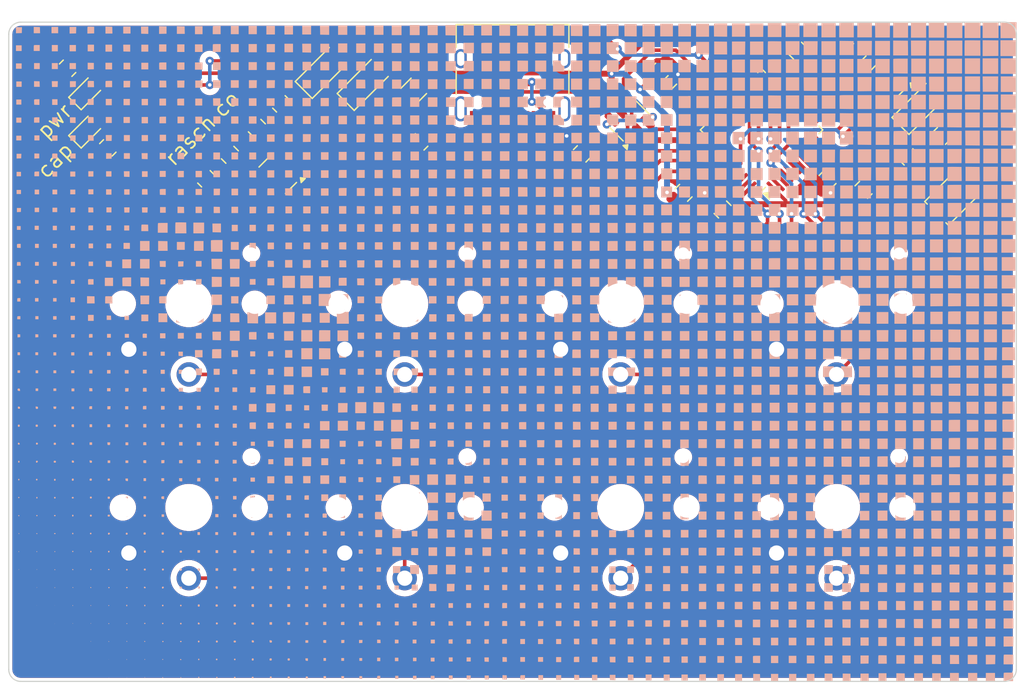
<source format=kicad_pcb>
(kicad_pcb (version 20240108) (generator "pcbnew") (generator_version "8.0")
  (title_block (title "Byte Keyboard") (date "2024-01-05") (rev "0.1.0") (company "rasch.co"))
  (layers (0 "F.Cu" signal) (31 "B.Cu" signal) (34 "B.Paste" user) (35 "F.Paste" user) (36 "B.SilkS" user "B.Silkscreen") (37 "F.SilkS" user "F.Silkscreen") (38 "B.Mask" user) (39 "F.Mask" user) (44 "Edge.Cuts" user))
  (net 0 "")
  (net 1 "GND")
  (net 2 "+3.3V")
  (net 3 "+5V")
  (net 4 "NRST")
  (net 5 "BOOT0")
  (net 6 "VCC")
  (net 7 "/USB_D+")
  (net 8 "/USB_D-")
  (net 38 "/Key0")
  (net 39 "/Key1")
  (net 40 "/Key2")
  (net 41 "/Key3")
  (net 42 "/Key4")
  (net 43 "/Key5")
  (net 44 "/Key6")
  (net 45 "/Key7")
  (net 46 "/LED_PWR")
  (net 47 "/USB_A5")
  (net 48 "/USB_B5")
  (net 49 "/LED_PRG")
  (net 50 "/LED_Indicator")
  (net 51 "/BOOTLDR")
  (footprint "library:Choc_PG1350_Choc_Spacing" (layer "F.Cu") (at 111.35 98.46)
    (property "Reference" "K0" (hide yes))
    (property "Value" "SW_KEY" (hide yes))
  )
  (footprint "Resistor_SMD:R_0805_2012Metric" (layer "F.Cu") (at 104.6 85.46 45)
    (property "Reference" "R7")
    (property "Value" "1k")
  )
  (footprint "library:Choc_PG1350_Choc_Spacing" (layer "F.Cu") (at 129.35 98.46)
    (property "Reference" "K1" (hide yes))
    (property "Value" "SW_KEY" (hide yes))
  )
  (footprint "Capacitor_SMD:C_0805_2012Metric" (layer "F.Cu") (at 117.024175 83.785825 135)
    (property "Reference" "C2")
    (property "Value" "1u")
  )
  (footprint "library:Choc_PG1350_Choc_Spacing" (layer "F.Cu") (at 165.35 115.46)
    (property "Reference" "K7" (hide yes))
    (property "Value" "SW_KEY" (hide yes))
  )
  (footprint "Resistor_SMD:R_0805_2012Metric" (layer "F.Cu") (at 144.1 85.96 45)
    (property "Reference" "R1")
    (property "Value" "5k1")
  )
  (footprint "Fuse:Fuse_1206_3216Metric" (layer "F.Cu") (at 130.1 80.71 -135)
    (property "Reference" "F1")
    (property "Value" "500mA")
  )
  (footprint "Capacitor_SMD:C_0805_2012Metric" (layer "F.Cu") (at 152.6 89.21 45)
    (property "Reference" "C7")
    (property "Value" "4u7")
  )
  (footprint "Package_TO_SOT_SMD:SOT-23-6" (layer "F.Cu") (at 148.1 83.21 135)
    (property "Reference" "U2")
    (property "Value" "SRV05-4")
  )
  (footprint "library:Choc_PG1350_Choc_Spacing" (layer "F.Cu") (at 147.35 115.46)
    (property "Reference" "K6" (hide yes))
    (property "Value" "SW_KEY" (hide yes))
  )
  (footprint "Capacitor_SMD:C_0805_2012Metric" (layer "F.Cu") (at 167.6 88.96 -135)
    (property "Reference" "C11")
    (property "Value" "1u")
  )
  (footprint "LED_SMD:LED_0603_1608Metric" (layer "F.Cu") (at 102.906847 83.903153 45)
    (property "Reference" "D5")
    (property "Value" "LED")
  )
  (footprint "Package_TO_SOT_SMD:SOT-23" (layer "F.Cu") (at 169.608839 79.794664 -135)
    (property "Reference" "Q1")
    (property "Value" "PDTC123JT,215")
  )
  (footprint "library:Choc_PG1350_Choc_Spacing" (layer "F.Cu") (at 147.35 98.46)
    (property "Reference" "K2" (hide yes))
    (property "Value" "SW_KEY" (hide yes))
  )
  (footprint "Capacitor_SMD:C_0805_2012Metric" (layer "F.Cu") (at 152.35 80.847876 -135)
    (property "Reference" "C8")
    (property "Value" "100n")
  )
  (footprint "LED_SMD:LED_0603_1608Metric" (layer "F.Cu") (at 102.906847 80.71 45)
    (property "Reference" "D4")
    (property "Value" "LED")
  )
  (footprint "Package_QFP:LQFP-48_7x7mm_P0.5mm" (layer "F.Cu") (at 159.1 83.96 135)
    (property "Reference" "U3")
    (property "Value" "STM32F072CBT6")
  )
  (footprint "Resistor_SMD:R_0805_2012Metric" (layer "F.Cu") (at 101.245235 78.814765 45)
    (property "Reference" "R5")
    (property "Value" "1k")
  )
  (footprint "Capacitor_SMD:C_0805_2012Metric" (layer "F.Cu") (at 155.849999 90.597877 135)
    (property "Reference" "C5")
    (property "Value" "100n")
  )
  (footprint "Capacitor_SMD:C_0805_2012Metric" (layer "F.Cu") (at 164.6 88.097876 45)
    (property "Reference" "C10")
    (property "Value" "10n")
  )
  (footprint "library:Choc_PG1350_Choc_Spacing" (layer "F.Cu") (at 111.35 115.46)
    (property "Reference" "K4" (hide yes))
    (property "Value" "SW_KEY" (hide yes))
  )
  (footprint "Capacitor_SMD:C_0805_2012Metric" (layer "F.Cu") (at 174.1 84.46 -135)
    (property "Reference" "C3")
    (property "Value" "10u")
  )
  (footprint "library:Choc_PG1350_Choc_Spacing" (layer "F.Cu") (at 129.35 115.46)
    (property "Reference" "K5" (hide yes))
    (property "Value" "SW_KEY" (hide yes))
  )
  (footprint "library:USB_C_Receptacle_HRO_TYPE-C-31-M-12" (layer "F.Cu") (at 138.34 79.07 180)
    (property "Reference" "J1")
    (property "Value" "TYPE-C-31-M-12")
  )
  (footprint "Capacitor_SMD:C_0805_2012Metric" (layer "F.Cu") (at 114.774175 86.035825 135)
    (property "Reference" "C1")
    (property "Value" "1u")
  )
  (footprint "Button_Switch_SMD:SW_SPST_B3U-1000P" (layer "F.Cu") (at 174.86 89.76 45)
    (property "Reference" "SW1")
    (property "Value" "B3U-1000P")
  )
  (footprint "Resistor_SMD:R_0805_2012Metric" (layer "F.Cu") (at 112.774175 88.035825 135)
    (property "Reference" "R3")
    (property "Value" "100k")
  )
  (footprint "Diode_SMD:D_SOD-123" (layer "F.Cu") (at 122.6 78.96 45)
    (property "Reference" "D2")
    (property "Value" "RB060M-30TR")
  )
  (footprint "Diode_SMD:D_SOD-123" (layer "F.Cu") (at 126.1 79.96 45)
    (property "Reference" "D1")
    (property "Value" "SMF9.0CA")
  )
  (footprint "Package_TO_SOT_SMD:SOT-23" (layer "F.Cu") (at 118.765336 87.701161 -135)
    (property "Reference" "U1")
    (property "Value" "MCP1700T-3302E/TT")
  )
  (footprint "Resistor_SMD:R_0805_2012Metric" (layer "F.Cu") (at 119.024175 81.785825 135)
    (property "Reference" "R4")
    (property "Value" "100k")
  )
  (footprint "Capacitor_SMD:C_0805_2012Metric" (layer "F.Cu") (at 162.1 77.347876 135)
    (property "Reference" "C6")
    (property "Value" "100n")
  )
  (footprint "Capacitor_SMD:C_0805_2012Metric" (layer "F.Cu") (at 150.599999 79.097876 -135)
    (property "Reference" "C9")
    (property "Value" "4u7")
  )
  (footprint "Resistor_SMD:R_0805_2012Metric" (layer "F.Cu") (at 171.35 86.21 135)
    (property "Reference" "R6")
    (property "Value" "100k")
  )
  (footprint "library:Choc_PG1350_Choc_Spacing" (layer "F.Cu") (at 165.35 98.46)
    (property "Reference" "K3" (hide yes))
    (property "Value" "SW_KEY" (hide yes))
  )
  (footprint "Capacitor_SMD:C_0805_2012Metric" (layer "F.Cu") (at 167.1 77.46 45)
    (property "Reference" "C4")
    (property "Value" "4n7")
  )
  (footprint "Resistor_SMD:R_0805_2012Metric" (layer "F.Cu") (at 130.6 84.96 -135)
    (property "Reference" "R2")
    (property "Value" "5k1")
  )
  (footprint "Diode_SMD:D_SOD-123" (layer "F.Cu") (at 172.35 81.96 45)
    (property "Reference" "D3")
    (property "Value" "1N4148W")
  )
  (footprint "LOGO" (layer "B.Cu") (at 138.4 102.46)
    (property "Reference" "G***" (hide yes))
    (property "Value" "LOGO" (hide yes))
  )
  (gr_line (start 180.34 128.97) (end 180.34 75.97) (stroke (width 0.1)) (layer "Edge.Cuts"))
  (gr_line (start 97.34 129.97) (end 179.34 129.97) (stroke (width 0.1)) (layer "Edge.Cuts"))
  (gr_arc (start 179.34 74.97) (mid 180.047107 75.262893) (end 180.34 75.97) (stroke (width 0.1)) (layer "Edge.Cuts"))
  (gr_line (start 179.34 74.97) (end 97.34 74.97) (stroke (width 0.1)) (layer "Edge.Cuts"))
  (gr_arc (start 96.34 75.97) (mid 96.632893 75.262893) (end 97.34 74.97) (stroke (width 0.1)) (layer "Edge.Cuts"))
  (gr_arc (start 97.34 129.97) (mid 96.632893 129.677107) (end 96.34 128.97) (stroke (width 0.1)) (layer "Edge.Cuts"))
  (gr_arc (start 180.34 128.97) (mid 180.047107 129.677107) (end 179.34 129.97) (stroke (width 0.1)) (layer "Edge.Cuts"))
  (gr_line (start 96.34 75.97) (end 96.34 128.97) (stroke (width 0.1)) (layer "Edge.Cuts"))
  (gr_text "pwr" (at 99.45 84.93 45) (layer "F.SilkS") (effects (font (size 1.25 1.25) (thickness 0.153)) (justify left bottom)))
  (gr_text "cap" (at 99.47 88.25 45) (layer "F.SilkS") (effects (font (size 1.25 1.25) (thickness 0.153)) (justify left bottom)))
  (gr_text "rasch.co" (at 110.1 87.21 45) (layer "F.SilkS") (effects (font (size 1.25 1.25) (thickness 0.153)) (justify left bottom)))
  (segment (start 152.976125 80.176125) (end 152.13 79.33) (width 0.5) (layer "F.Cu") (net 1))
  (segment (start 153.021751 80.176125) (end 153.9 81.054374) (width 0.3) (layer "F.Cu") (net 1))
  (segment (start 163.928249 88.769627) (end 163.24 88.081378) (width 0.3) (layer "F.Cu") (net 1))
  (segment (start 157.747658 88.494322) (end 157.07198 89.17) (width 0.3) (layer "F.Cu") (net 1))
  (segment (start 153.021751 80.176125) (end 152.976125 80.176125) (width 0.5) (layer "F.Cu") (net 1))
  (segment (start 116.352424 83.114074) (end 116.405456 83.114074) (width 0.5) (layer "F.Cu") (net 1))
  (segment (start 162.031378 78.76) (end 161.11802 78.76) (width 0.3) (layer "F.Cu") (net 1))
  (segment (start 162.771751 78.019627) (end 162.031378 78.76) (width 0.3) (layer "F.Cu") (net 1))
  (segment (start 163.24 88.081378) (end 163.24 87.03934) (width 0.3) (layer "F.Cu") (net 1))
  (segment (start 153.9 81.054374) (end 153.9 81.94198) (width 0.3) (layer "F.Cu") (net 1))
  (segment (start 155.934374 89.17) (end 155.178248 89.926126) (width 0.3) (layer "F.Cu") (net 1))
  (segment (start 114.12894 85.337558) (end 116.352424 83.114074) (width 0.5) (layer "F.Cu") (net 1))
  (segment (start 153.9 81.94198) (end 154.565678 82.607658) (width 0.3) (layer "F.Cu") (net 1))
  (segment (start 114.12894 85.39059) (end 114.12894 85.337558) (width 0.5) (layer "F.Cu") (net 1))
  (segment (start 112.155456 87.364074) (end 114.12894 85.39059) (width 0.5) (layer "F.Cu") (net 1))
  (segment (start 116.405456 83.114074) (end 118.37894 81.14059) (width 0.5) (layer "F.Cu") (net 1))
  (segment (start 151.27175 78.47175) (end 152.13 79.33) (width 0.5) (layer "F.Cu") (net 1))
  (segment (start 161.11802 78.76) (end 160.452342 79.425678) (width 0.3) (layer "F.Cu") (net 1))
  (segment (start 151.27175 78.426125) (end 151.27175 78.47175) (width 0.5) (layer "F.Cu") (net 1))
  (segment (start 157.07198 89.17) (end 155.934374 89.17) (width 0.3) (layer "F.Cu") (net 1))
  (segment (start 112.102424 87.364074) (end 112.155456 87.364074) (width 0.5) (layer "F.Cu") (net 1))
  (segment (start 163.24 87.03934) (end 162.573662 86.373002) (width 0.3) (layer "F.Cu") (net 1))
  (via (at 142.85 84.46) (size 0.7) (drill 0.3) (layers "F.Cu" "B.Cu") (net 1))
  (via (at 164.85 89.21) (size 0.7) (drill 0.3) (layers "F.Cu" "B.Cu") (net 1))
  (via (at 154.36 89.21) (size 0.7) (drill 0.3) (layers "F.Cu" "B.Cu") (net 1))
  (via (at 152.13 79.33) (size 0.7) (drill 0.3) (layers "F.Cu" "B.Cu") (net 1))
  (segment (start 134.523503 79.16) (end 134.413503 79.27) (width 0.5) (layer "F.Cu") (net 2))
  (segment (start 164.515626 86.67) (end 163.577766 86.67) (width 0.3) (layer "F.Cu") (net 2))
  (segment (start 104.386847 79.23) (end 118.41 79.23) (width 0.3) (layer "F.Cu") (net 2))
  (segment (start 160.75 78.420912) (end 160.098788 79.072124) (width 0.3) (layer "F.Cu") (net 2))
  (segment (start 153.550912 82.3) (end 152.458622 82.3) (width 0.3) (layer "F.Cu") (net 2))
  (segment (start 119.65 82.41165) (end 119.66941 82.43106) (width 0.3) (layer "F.Cu") (net 2))
  (segment (start 152.458622 82.3) (end 151.678249 81.519627) (width 0.3) (layer "F.Cu") (net 2))
  (segment (start 119.65 80.47) (end 119.65 82.41165) (width 0.3) (layer "F.Cu") (net 2))
  (segment (start 146.6 79.27) (end 142.266497 79.27) (width 0.5) (layer "F.Cu") (net 2))
  (segment (start 146.6 79.27) (end 146.6 79.21) (width 0.5) (layer "F.Cu") (net 2))
  (segment (start 163.577766 86.67) (end 162.927215 86.019449) (width 0.3) (layer "F.Cu") (net 2))
  (segment (start 153.316126 91.269628) (end 151.928249 89.881751) (width 0.5) (layer "F.Cu") (net 2))
  (segment (start 146.6 81.71) (end 147.295666 82.405666) (width 0.5) (layer "F.Cu") (net 2))
  (segment (start 161.428249 76.676125) (end 160.75 77.354374) (width 0.3) (layer "F.Cu") (net 2))
  (segment (start 168.25858 90.962082) (end 173.657918 90.962082) (width 0.5) (layer "F.Cu") (net 2))
  (segment (start 161.1 90.16) (end 161.1 89.849088) (width 0.3) (layer "F.Cu") (net 2))
  (segment (start 166.4 90.16) (end 166.928249 89.631751) (width 0.5) (layer "F.Cu") (net 2))
  (segment (start 151.678249 81.519627) (end 149.928248 79.769627) (width 0.5) (layer "F.Cu") (net 2))
  (segment (start 118.41 79.23) (end 119.65 80.47) (width 0.3) (layer "F.Cu") (net 2))
  (segment (start 131.1 77.46) (end 124.1 77.46) (width 0.5) (layer "F.Cu") (net 2))
  (segment (start 142.266497 79.27) (end 142.156497 79.16) (width 0.5) (layer "F.Cu") (net 2))
  (segment (start 148.975 80.585) (end 149.112875 80.585) (width 0.5) (layer "F.Cu") (net 2))
  (segment (start 151.22 89.173502) (end 151.928249 89.881751) (width 0.5) (layer "F.Cu") (net 2))
  (segment (start 149.112875 80.585) (end 149.928248 79.769627) (width 0.5) (layer "F.Cu") (net 2))
  (segment (start 166.928249 89.631751) (end 168.25858 90.962082) (width 0.5) (layer "F.Cu") (net 2))
  (segment (start 124.1 77.46) (end 123.766726 77.793274) (width 0.5) (layer "F.Cu") (net 2))
  (segment (start 157.631378 90.16) (end 156.52175 91.269628) (width 0.5) (layer "F.Cu") (net 2))
  (segment (start 146.6 79.21) (end 149.13 76.68) (width 0.5) (layer "F.Cu") (net 2))
  (segment (start 157.43 90.361378) (end 156.52175 91.269628) (width 0.3) (layer "F.Cu") (net 2))
  (segment (start 165.271751 87.426125) (end 164.515626 86.67) (width 0.3) (layer "F.Cu") (net 2))
  (segment (start 161.1 90.16) (end 166.4 90.16) (width 0.5) (layer "F.Cu") (net 2))
  (segment (start 142.156497 79.16) (end 134.523503 79.16) (width 0.5) (layer "F.Cu") (net 2))
  (segment (start 134.413503 79.27) (end 132.91 79.27) (width 0.5) (layer "F.Cu") (net 2))
  (segment (start 132.91 79.27) (end 131.1 77.46) (width 0.5) (layer "F.Cu") (net 2))
  (segment (start 165.271751 87.975253) (end 166.928249 89.631751) (width 0.5) (layer "F.Cu") (net 2))
  (segment (start 160.75 77.354374) (end 160.75 78.420912) (width 0.3) (layer "F.Cu") (net 2))
  (segment (start 157.43 89.519088) (end 157.43 90.361378) (width 0.3) (layer "F.Cu") (net 2))
  (segment (start 165.271751 87.426125) (end 165.271751 87.975253) (width 0.5) (layer "F.Cu") (net 2))
  (segment (start 149.13 76.68) (end 161.424374 76.68) (width 0.5) (layer "F.Cu") (net 2))
  (segment (start 161.1 90.16) (end 157.631378 90.16) (width 0.5) (layer "F.Cu") (net 2))
  (segment (start 156.52175 91.269628) (end 153.316126 91.269628) (width 0.5) (layer "F.Cu") (net 2))
  (segment (start 158.101212 88.847876) (end 157.43 89.519088) (width 0.3) (layer "F.Cu") (net 2))
  (segment (start 161.1 89.849088) (end 160.098788 88.847876) (width 0.3) (layer "F.Cu") (net 2))
  (segment (start 146.6 79.27) (end 146.6 81.71) (width 0.5) (layer "F.Cu") (net 2))
  (segment (start 103.463694 80.153153) (end 104.386847 79.23) (width 0.3) (layer "F.Cu") (net 2))
  (segment (start 154.212124 82.961212) (end 153.550912 82.3) (width 0.3) (layer "F.Cu") (net 2))
  (segment (start 161.424374 76.68) (end 161.428249 76.676125) (width 0.5) (layer "F.Cu") (net 2))
  (via (at 148.975 80.585) (size 0.7) (drill 0.3) (layers "F.Cu" "B.Cu") (net 2))
  (via (at 151.22 89.173502) (size 0.7) (drill 0.3) (layers "F.Cu" "B.Cu") (net 2))
  (via (at 146.6 79.27) (size 0.7) (drill 0.3) (layers "F.Cu" "B.Cu") (net 2))
  (segment (start 151.22 89.173502) (end 151.22 82.83) (width 0.5) (layer "B.Cu") (net 2))
  (segment (start 148.975 80.585) (end 147.66 79.27) (width 0.5) (layer "B.Cu") (net 2))
  (segment (start 151.22 82.83) (end 148.975 80.585) (width 0.5) (layer "B.Cu") (net 2))
  (segment (start 147.66 79.27) (end 146.6 79.27) (width 0.5) (layer "B.Cu") (net 2))
  (segment (start 124.933274 81.126726) (end 128.536828 81.126726) (width 0.5) (layer "F.Cu") (net 3))
  (segment (start 118.102423 88.364074) (end 121.433274 85.033223) (width 0.5) (layer "F.Cu") (net 3))
  (segment (start 113.445926 88.707576) (end 113.445926 88.654544) (width 0.5) (layer "F.Cu") (net 3))
  (segment (start 113.445926 88.654544) (end 115.41941 86.68106) (width 0.5) (layer "F.Cu") (net 3))
  (segment (start 121.433274 85.033223) (end 121.433274 80.126726) (width 0.5) (layer "F.Cu") (net 3))
  (segment (start 123.933274 80.126726) (end 124.933274 81.126726) (width 0.5) (layer "F.Cu") (net 3))
  (segment (start 115.41941 86.68106) (end 116.419409 86.68106) (width 0.5) (layer "F.Cu") (net 3))
  (segment (start 128.536828 81.126726) (end 129.110051 81.699949) (width 0.5) (layer "F.Cu") (net 3))
  (segment (start 121.433274 80.126726) (end 123.933274 80.126726) (width 0.5) (layer "F.Cu") (net 3))
  (segment (start 116.419409 86.68106) (end 118.102423 88.364074) (width 0.5) (layer "F.Cu") (net 3))
  (segment (start 166.6201 78.131751) (end 166.428249 78.131751) (width 0.3) (layer "F.Cu") (net 4))
  (segment (start 163.448706 83.96) (end 165.443503 83.96) (width 0.3) (layer "F.Cu") (net 4))
  (segment (start 168.945926 80.457577) (end 166.6201 78.131751) (width 0.3) (layer "F.Cu") (net 4))
  (segment (start 162.220109 86.726555) (end 161.625701 86.132149) (width 0.3) (layer "F.Cu") (net 4))
  (segment (start 161.625701 85.783005) (end 163.448706 83.96) (width 0.3) (layer "F.Cu") (net 4))
  (segment (start 165.443503 83.96) (end 168.945926 80.457577) (width 0.3) (layer "F.Cu") (net 4))
  (segment (start 161.625701 86.132149) (end 161.625701 85.783005) (width 0.3) (layer "F.Cu") (net 4))
  (segment (start 171.423224 83.126726) (end 171.183274 83.126726) (width 0.3) (layer "F.Cu") (net 5))
  (segment (start 170.266548 82.21) (end 171.183274 83.126726) (width 0.3) (layer "F.Cu") (net 5))
  (segment (start 156.686998 87.433662) (end 157.35 86.77066) (width 0.3) (layer "F.Cu") (net 5))
  (segment (start 168.177525 82.21) (end 170.266548 82.21) (width 0.3) (layer "F.Cu") (net 5))
  (segment (start 157.35 86.77066) (end 157.35 84.71) (width 0.3) (layer "F.Cu") (net 5))
  (segment (start 171.995235 86.855235) (end 171.995235 86.564765) (width 0.3) (layer "F.Cu") (net 5))
  (segment (start 173.428249 85.131751) (end 171.423224 83.126726) (width 0.3) (layer "F.Cu") (net 5))
  (segment (start 165.884764 84.502761) (end 168.177525 82.21) (width 0.3) (layer "F.Cu") (net 5))
  (segment (start 171.995235 86.564765) (end 173.428249 85.131751) (width 0.3) (layer "F.Cu") (net 5))
  (via (at 157.35 84.71) (size 0.7) (drill 0.3) (layers "F.Cu" "B.Cu") (net 5))
  (via (at 165.884764 84.502761) (size 0.7) (drill 0.3) (layers "F.Cu" "B.Cu") (net 5))
  (segment (start 157.35 84.71) (end 158.1 83.96) (width 0.3) (layer "B.Cu") (net 5))
  (segment (start 165.342003 83.96) (end 165.884764 84.502761) (width 0.3) (layer "B.Cu") (net 5))
  (segment (start 158.1 83.96) (end 165.342003 83.96) (width 0.3) (layer "B.Cu") (net 5))
  (segment (start 136.179 81.971962) (end 135.89 82.260962) (width 0.3) (layer "F.Cu") (net 6))
  (segment (start 136.75 80.06) (end 136.1 80.71) (width 0.5) (layer "F.Cu") (net 6))
  (segment (start 134.413503 80.7) (end 133.626497 80.7) (width 0.5) (layer "F.Cu") (net 6))
  (segment (start 136.179 80.789) (end 136.179 81.971962) (width 0.3) (layer "F.Cu") (net 6))
  (segment (start 140.79 82.260962) (end 140.79 83.115) (width 0.3) (layer "F.Cu") (net 6))
  (segment (start 140.139038 81.61) (end 140.79 82.260962) (width 0.3) (layer "F.Cu") (net 6))
  (segment (start 133.626497 80.7) (end 133.616497 80.71) (width 0.5) (layer "F.Cu") (net 6))
  (segment (start 133.616497 80.71) (end 132.079898 80.71) (width 0.5) (layer "F.Cu") (net 6))
  (segment (start 134.423503 80.71) (end 134.413503 80.7) (width 0.5) (layer "F.Cu") (net 6))
  (segment (start 135.89 82.260962) (end 135.89 83.115) (width 0.3) (layer "F.Cu") (net 6))
  (segment (start 136.1 80.71) (end 136.179 80.789) (width 0.3) (layer "F.Cu") (net 6))
  (segment (start 136.1 80.71) (end 134.423503 80.71) (width 0.5) (layer "F.Cu") (net 6))
  (segment (start 139.85 80.06) (end 136.75 80.06) (width 0.5) (layer "F.Cu") (net 6))
  (segment (start 139.95 81.61) (end 140.139038 81.61) (width 0.3) (layer "F.Cu") (net 6))
  (segment (start 139.95 79.96) (end 139.85 80.06) (width 0.5) (layer "F.Cu") (net 6))
  (segment (start 132.079898 80.71) (end 131.089949 79.720051) (width 0.5) (layer "F.Cu") (net 6))
  (via (at 139.95 81.61) (size 0.7) (drill 0.3) (layers "F.Cu" "B.Cu") (net 6))
  (via (at 139.95 79.96) (size 0.7) (drill 0.3) (layers "F.Cu" "B.Cu") (net 6))
  (segment (start 139.95 79.96) (end 139.95 81.61) (width 0.3) (layer "B.Cu") (net 6))
  (segment (start 137.59 81.832894) (end 138.632894 80.79) (width 0.3) (layer "F.Cu") (net 7))
  (segment (start 138.57 84.21) (end 138.59 84.19) (width 0.3) (layer "F.Cu") (net 7))
  (segment (start 149.576085 83.342583) (end 150.142675 83.909173) (width 0.3) (layer "F.Cu") (net 7))
  (segment (start 150.142675 83.909173) (end 154.802121 83.909173) (width 0.3) (layer "F.Cu") (net 7))
  (segment (start 155.867192 82.494958) (end 155.272785 81.900551) (width 0.3) (layer "F.Cu") (net 7))
  (segment (start 137.59 83.115) (end 137.59 81.832894) (width 0.3) (layer "F.Cu") (net 7))
  (segment (start 144.336498 80.79) (end 146.623915 83.077417) (width 0.3) (layer "F.Cu") (net 7))
  (segment (start 154.802121 83.909173) (end 155.867192 82.844102) (width 0.3) (layer "F.Cu") (net 7))
  (segment (start 137.59 84.19) (end 137.61 84.21) (width 0.3) (layer "F.Cu") (net 7))
  (segment (start 138.632894 80.79) (end 144.336498 80.79) (width 0.3) (layer "F.Cu") (net 7))
  (segment (start 137.61 84.21) (end 138.57 84.21) (width 0.3) (layer "F.Cu") (net 7))
  (segment (start 137.59 83.115) (end 137.59 84.19) (width 0.3) (layer "F.Cu") (net 7))
  (segment (start 146.622583 83.077417) (end 146.623915 83.077417) (width 0.3) (layer "F.Cu") (net 7))
  (segment (start 150.029334 82.889334) (end 149.576085 83.342583) (width 0.3) (layer "F.Cu") (net 7))
  (segment (start 155.867192 82.844102) (end 155.867192 82.494958) (width 0.3) (layer "F.Cu") (net 7))
  (segment (start 146.205 83.495) (end 146.622583 83.077417) (width 0.3) (layer "F.Cu") (net 7))
  (segment (start 138.59 84.19) (end 138.59 83.115) (width 0.3) (layer "F.Cu") (net 7))
  (via (at 146.205 83.495) (size 0.7) (drill 0.3) (layers "F.Cu" "B.Cu") (net 7))
  (via (at 150.029334 82.889334) (size 0.7) (drill 0.3) (layers "F.Cu" "B.Cu") (net 7))
  (segment (start 150.029334 82.889334) (end 149.748668 83.17) (width 0.3) (layer "B.Cu") (net 7))
  (segment (start 146.53 83.17) (end 146.205 83.495) (width 0.3) (layer "B.Cu") (net 7))
  (segment (start 149.748668 83.17) (end 146.53 83.17) (width 0.3) (layer "B.Cu") (net 7))
  (segment (start 138.17 81.96) (end 138.09 82.04) (width 0.3) (layer "F.Cu") (net 8))
  (segment (start 154.85 80.77066) (end 155.626338 81.546998) (width 0.3) (layer "F.Cu") (net 8))
  (segment (start 148.267063 82.033561) (end 147.967417 81.733915) (width 0.3) (layer "F.Cu") (net 8))
  (segment (start 148.267063 82.866161) (end 148.267063 82.033561) (width 0.3) (layer "F.Cu") (net 8))
  (segment (start 141.85 87.96) (end 144.958668 87.96) (width 0.3) (layer "F.Cu") (net 8))
  (segment (start 139.09 85.2) (end 141.85 87.96) (width 0.3) (layer "F.Cu") (net 8))
  (segment (start 147.6 79.71) (end 150.001425 77.308575) (width 0.3) (layer "F.Cu") (net 8))
  (segment (start 147.967417 81.733915) (end 147.6 81.366498) (width 0.3) (layer "F.Cu") (net 8))
  (segment (start 139.01 81.96) (end 138.17 81.96) (width 0.3) (layer "F.Cu") (net 8))
  (segment (start 147.6 81.366498) (end 147.6 79.71) (width 0.3) (layer "F.Cu") (net 8))
  (segment (start 144.958668 87.96) (end 148.232583 84.686085) (width 0.3) (layer "F.Cu") (net 8))
  (segment (start 139.09 83.115) (end 139.09 82.04) (width 0.3) (layer "F.Cu") (net 8))
  (segment (start 147.932937 84.386439) (end 147.932937 83.200287) (width 0.3) (layer "F.Cu") (net 8))
  (segment (start 148.232583 84.686085) (end 147.932937 84.386439) (width 0.3) (layer "F.Cu") (net 8))
  (segment (start 139.09 82.04) (end 139.01 81.96) (width 0.3) (layer "F.Cu") (net 8))
  (segment (start 154.85 80.21) (end 154.85 80.77066) (width 0.3) (layer "F.Cu") (net 8))
  (segment (start 138.09 82.04) (end 138.09 83.115) (width 0.3) (layer "F.Cu") (net 8))
  (segment (start 139.09 83.115) (end 139.09 85.2) (width 0.3) (layer "F.Cu") (net 8))
  (segment (start 150.001425 77.308575) (end 151.948575 77.308575) (width 0.3) (layer "F.Cu") (net 8))
  (segment (start 151.948575 77.308575) (end 154.85 80.21) (width 0.3) (layer "F.Cu") (net 8))
  (segment (start 147.932937 83.200287) (end 148.267063 82.866161) (width 0.3) (layer "F.Cu") (net 8))
  (segment (start 125.95 104.36) (end 111.35 104.36) (width 0.3) (layer "F.Cu") (net 38))
  (segment (start 154.324825 86.260303) (end 153.180303 86.260303) (width 0.3) (layer "F.Cu") (net 38))
  (segment (start 150.21 85.71) (end 133.71 102.21) (width 0.3) (layer "F.Cu") (net 38))
  (segment (start 153.180303 86.260303) (end 152.63 85.71) (width 0.3) (layer "F.Cu") (net 38))
  (segment (start 154.919231 85.665895) (end 154.324825 86.260303) (width 0.3) (layer "F.Cu") (net 38))
  (segment (start 133.71 102.21) (end 128.1 102.21) (width 0.3) (layer "F.Cu") (net 38))
  (segment (start 128.1 102.21) (end 125.95 104.36) (width 0.3) (layer "F.Cu") (net 38))
  (segment (start 152.63 85.71) (end 150.21 85.71) (width 0.3) (layer "F.Cu") (net 38))
  (segment (start 155.272785 86.019449) (end 154.442234 86.85) (width 0.3) (layer "F.Cu") (net 39))
  (segment (start 152.41 86.52) (end 150.67 86.52) (width 0.3) (layer "F.Cu") (net 39))
  (segment (start 154.442234 86.85) (end 152.74 86.85) (width 0.3) (layer "F.Cu") (net 39))
  (segment (start 132.83 104.36) (end 129.35 104.36) (width 0.3) (layer "F.Cu") (net 39))
  (segment (start 152.74 86.85) (end 152.41 86.52) (width 0.3) (layer "F.Cu") (net 39))
  (segment (start 150.67 86.52) (end 132.83 104.36) (width 0.3) (layer "F.Cu") (net 39))
  (segment (start 160.6 90.96) (end 160.6 92.71) (width 0.3) (layer "F.Cu") (net 40))
  (segment (start 158.1 84.96) (end 158.1 81.701117) (width 0.3) (layer "F.Cu") (net 40))
  (segment (start 151.2 104.36) (end 147.35 104.36) (width 0.3) (layer "F.Cu") (net 40))
  (segment (start 157.634959 81.236076) (end 157.634959 80.727193) (width 0.3) (layer "F.Cu") (net 40))
  (segment (start 158.1 81.701117) (end 157.634959 81.236076) (width 0.3) (layer "F.Cu") (net 40))
  (segment (start 157.35 98.21) (end 151.2 104.36) (width 0.3) (layer "F.Cu") (net 40))
  (segment (start 158.85 85.71) (end 158.1 84.96) (width 0.3) (layer "F.Cu") (net 40))
  (segment (start 157.634959 80.727193) (end 157.040551 80.132785) (width 0.3) (layer "F.Cu") (net 40))
  (segment (start 157.35 95.96) (end 157.35 98.21) (width 0.3) (layer "F.Cu") (net 40))
  (segment (start 160.6 92.71) (end 157.35 95.96) (width 0.3) (layer "F.Cu") (net 40))
  (via (at 158.85 85.71) (size 0.7) (drill 0.3) (layers "F.Cu" "B.Cu") (net 40))
  (via (at 160.6 90.96) (size 0.7) (drill 0.3) (layers "F.Cu" "B.Cu") (net 40))
  (segment (start 158.85 85.71) (end 158.85 89.21) (width 0.3) (layer "B.Cu") (net 40))
  (segment (start 158.85 89.21) (end 160.6 90.96) (width 0.3) (layer "B.Cu") (net 40))
  (segment (start 162.6 90.96) (end 167.7 96.06) (width 0.3) (layer "F.Cu") (net 41))
  (segment (start 160.6 84.96) (end 160.6 82.106446) (width 0.3) (layer "F.Cu") (net 41))
  (segment (start 167.7 102.01) (end 165.35 104.36) (width 0.3) (layer "F.Cu") (net 41))
  (segment (start 160.6 82.106446) (end 161.866555 80.839891) (width 0.3) (layer "F.Cu") (net 41))
  (segment (start 167.7 96.06) (end 167.7 102.01) (width 0.3) (layer "F.Cu") (net 41))
  (segment (start 159.85 85.71) (end 160.6 84.96) (width 0.3) (layer "F.Cu") (net 41))
  (via (at 162.6 90.96) (size 0.7) (drill 0.3) (layers "F.Cu" "B.Cu") (net 41))
  (via (at 159.85 85.71) (size 0.7) (drill 0.3) (layers "F.Cu" "B.Cu") (net 41))
  (segment (start 162.6 88.46) (end 162.6 90.96) (width 0.3) (layer "B.Cu") (net 41))
  (segment (start 159.85 85.71) (end 162.6 88.46) (width 0.3) (layer "B.Cu") (net 41))
  (segment (start 155.03193 87.21807) (end 155.03193 86.96741) (width 0.3) (layer "F.Cu") (net 42))
  (segment (start 114.61 121.36) (end 128.13 107.84) (width 0.3) (layer "F.Cu") (net 42))
  (segment (start 130.695303 107.84) (end 151.114604 87.420699) (width 0.3) (layer "F.Cu") (net 42))
  (segment (start 155.03193 86.96741) (end 155.626338 86.373002) (width 0.3) (layer "F.Cu") (net 42))
  (segment (start 151.114604 87.420699) (end 154.829301 87.420699) (width 0.3) (layer "F.Cu") (net 42))
  (segment (start 154.829301 87.420699) (end 155.03193 87.21807) (width 0.3) (layer "F.Cu") (net 42))
  (segment (start 111.35 121.36) (end 114.61 121.36) (width 0.3) (layer "F.Cu") (net 42))
  (segment (start 128.13 107.84) (end 130.695303 107.84) (width 0.3) (layer "F.Cu") (net 42))
  (segment (start 146.325303 102.21) (end 129.35 119.185303) (width 0.3) (layer "F.Cu") (net 43))
  (segment (start 151.35 102.21) (end 146.325303 102.21) (width 0.3) (layer "F.Cu") (net 43))
  (segment (start 159.6 90.96) (end 159.6 91.71) (width 0.3) (layer "F.Cu") (net 43))
  (segment (start 155.85 97.71) (end 151.35 102.21) (width 0.3) (layer "F.Cu") (net 43))
  (segment (start 129.35 119.185303) (end 129.35 121.36) (width 0.3) (layer "F.Cu") (net 43))
  (segment (start 159.6 91.71) (end 155.85 95.46) (width 0.3) (layer "F.Cu") (net 43))
  (segment (start 158.074874 80.46) (end 157.394105 79.779231) (width 0.3) (layer "F.Cu") (net 43))
  (segment (start 158.85 80.96) (end 158.35 80.46) (width 0.3) (layer "F.Cu") (net 43))
  (segment (start 158.35 80.46) (end 158.074874 80.46) (width 0.3) (layer "F.Cu") (net 43))
  (segment (start 155.85 95.46) (end 155.85 97.71) (width 0.3) (layer "F.Cu") (net 43))
  (segment (start 158.85 84.71) (end 158.85 80.96) (width 0.3) (layer "F.Cu") (net 43))
  (via (at 159.6 90.96) (size 0.7) (drill 0.3) (layers "F.Cu" "B.Cu") (net 43))
  (via (at 158.85 84.71) (size 0.7) (drill 0.3) (layers "F.Cu" "B.Cu") (net 43))
  (segment (start 158.1 89.46) (end 159.6 90.96) (width 0.3) (layer "B.Cu") (net 43))
  (segment (start 158.85 84.71) (end 158.1 85.46) (width 0.3) (layer "B.Cu") (net 43))
  (segment (start 158.1 85.46) (end 158.1 89.46) (width 0.3) (layer "B.Cu") (net 43))
  (segment (start 161.6 90.96) (end 161.6 93.46) (width 0.3) (layer "F.Cu") (net 44))
  (segment (start 150.34 107.22) (end 150.34 118.37) (width 0.3) (layer "F.Cu") (net 44))
  (segment (start 161.35 85.21) (end 161.35 82.636777) (width 0.3) (layer "F.Cu") (net 44))
  (segment (start 158.6 97.935303) (end 158.5951 97.940203) (width 0.3) (layer "F.Cu") (net 44))
  (segment (start 150.34 118.37) (end 147.35 121.36) (width 0.3) (layer "F.Cu") (net 44))
  (segment (start 161.35 82.636777) (end 161.625701 82.361076) (width 0.3) (layer "F.Cu") (net 44))
  (segment (start 158.5951 98.9649) (end 150.34 107.22) (width 0.3) (layer "F.Cu") (net 44))
  (segment (start 161.625701 81.787851) (end 162.220109 81.193445) (width 0.3) (layer "F.Cu") (net 44))
  (segment (start 158.6 96.46) (end 158.6 97.935303) (width 0.3) (layer "F.Cu") (net 44))
  (segment (start 159.85 86.71) (end 161.35 85.21) (width 0.3) (layer "F.Cu") (net 44))
  (segment (start 161.6 93.46) (end 158.6 96.46) (width 0.3) (layer "F.Cu") (net 44))
  (segment (start 158.5951 97.940203) (end 158.5951 98.9649) (width 0.3) (layer "F.Cu") (net 44))
  (segment (start 161.625701 82.361076) (end 161.625701 81.787851) (width 0.3) (layer "F.Cu") (net 44))
  (via (at 161.6 90.96) (size 0.7) (drill 0.3) (layers "F.Cu" "B.Cu") (net 44))
  (via (at 159.85 86.71) (size 0.7) (drill 0.3) (layers "F.Cu" "B.Cu") (net 44))
  (segment (start 161.6 88.46) (end 161.6 90.96) (width 0.3) (layer "B.Cu") (net 44))
  (segment (start 159.85 86.71) (end 161.6 88.46) (width 0.3) (layer "B.Cu") (net 44))
  (segment (start 160.479254 81.080746) (end 160.918596 81.080746) (width 0.3) (layer "F.Cu") (net 45))
  (segment (start 159.85 81.71) (end 160.479254 81.080746) (width 0.3) (layer "F.Cu") (net 45))
  (segment (start 159.85 84.71) (end 159.85 81.71) (width 0.3) (layer "F.Cu") (net 45))
  (segment (start 163.6 90.96) (end 168.92 96.28) (width 0.3) (layer "F.Cu") (net 45))
  (segment (start 168.92 117.79) (end 165.35 121.36) (width 0.3) (layer "F.Cu") (net 45))
  (segment (start 168.92 96.28) (end 168.92 117.79) (width 0.3) (layer "F.Cu") (net 45))
  (segment (start 160.918596 81.080746) (end 161.513002 80.486338) (width 0.3) (layer "F.Cu") (net 45))
  (via (at 163.6 90.96) (size 0.7) (drill 0.3) (layers "F.Cu" "B.Cu") (net 45))
  (via (at 159.85 84.71) (size 0.7) (drill 0.3) (layers "F.Cu" "B.Cu") (net 45))
  (segment (start 163.6 88.46) (end 163.6 90.96) (width 0.3) (layer "B.Cu") (net 45))
  (segment (start 159.85 84.71) (end 163.6 88.46) (width 0.3) (layer "B.Cu") (net 45))
  (segment (start 102.35 81.21) (end 100.6 79.46) (width 0.3) (layer "F.Cu") (net 46))
  (segment (start 102.35 81.266847) (end 102.35 81.21) (width 0.3) (layer "F.Cu") (net 46))
  (segment (start 139.59 84.19) (end 142.005235 86.605235) (width 0.3) (layer "F.Cu") (net 47))
  (segment (start 139.59 83.115) (end 139.59 84.19) (width 0.3) (layer "F.Cu") (net 47))
  (segment (start 142.005235 86.605235) (end 143.454765 86.605235) (width 0.3) (layer "F.Cu") (net 47))
  (segment (start 136.59 84.14) (end 135.124765 85.605235) (width 0.3) (layer "F.Cu") (net 48))
  (segment (start 135.124765 85.605235) (end 129.954765 85.605235) (width 0.3) (layer "F.Cu") (net 48))
  (segment (start 136.59 83.115) (end 136.59 84.14) (width 0.3) (layer "F.Cu") (net 48))
  (segment (start 103.954765 86.064765) (end 102.35 84.46) (width 0.3) (layer "F.Cu") (net 49))
  (segment (start 103.954765 86.105235) (end 103.954765 86.064765) (width 0.3) (layer "F.Cu") (net 49))
  (segment (start 119.6 78.21) (end 121.35 76.46) (width 0.3) (layer "F.Cu") (net 50))
  (segment (start 121.35 76.46) (end 146.35 76.46) (width 0.3) (layer "F.Cu") (net 50))
  (segment (start 106.6 80.21) (end 113.1 80.21) (width 0.3) (layer "F.Cu") (net 50))
  (segment (start 153.910662 77.71) (end 156.686998 80.486338) (width 0.3) (layer "F.Cu") (net 50))
  (segment (start 103.463694 83.346306) (end 106.6 80.21) (width 0.3) (layer "F.Cu") (net 50))
  (segment (start 153.85 77.71) (end 153.910662 77.71) (width 0.3) (layer "F.Cu") (net 50))
  (segment (start 113.1 78.21) (end 119.6 78.21) (width 0.3) (layer "F.Cu") (net 50))
  (segment (start 146.35 76.46) (end 147.1 77.21) (width 0.3) (layer "F.Cu") (net 50))
  (via (at 153.85 77.71) (size 0.7) (drill 0.3) (layers "F.Cu" "B.Cu") (net 50))
  (via (at 147.1 77.21) (size 0.7) (drill 0.3) (layers "F.Cu" "B.Cu") (net 50))
  (via (at 113.1 78.21) (size 0.7) (drill 0.3) (layers "F.Cu" "B.Cu") (net 50))
  (via (at 113.1 80.21) (size 0.7) (drill 0.3) (layers "F.Cu" "B.Cu") (net 50))
  (segment (start 147.6 77.71) (end 153.85 77.71) (width 0.3) (layer "B.Cu") (net 50))
  (segment (start 147.1 77.21) (end 147.6 77.71) (width 0.3) (layer "B.Cu") (net 50))
  (segment (start 113.1 78.21) (end 113.1 80.21) (width 0.3) (layer "B.Cu") (net 50))
  (segment (start 173.516726 80.793274) (end 173.023452 80.3) (width 0.3) (layer "F.Cu") (net 51))
  (segment (start 176.062082 83.33863) (end 176.062082 88.557918) (width 0.3) (layer "F.Cu") (net 51))
  (segment (start 173.516726 80.793274) (end 176.062082 83.33863) (width 0.3) (layer "F.Cu") (net 51))
  (segment (start 171.44 80.3) (end 170.943503 79.803503) (width 0.3) (layer "F.Cu") (net 51))
  (segment (start 173.023452 80.3) (end 171.44 80.3) (width 0.3) (layer "F.Cu") (net 51))
  (zone (net 2) (net_name "+3.3V") (layer "F.Cu") (priority 1) (connect_pads yes (clearance 0.508)) (min_thickness 0.25) (fill yes (thermal_gap 0.508) (thermal_bridge_width 0.508))
    (polygon (pts (xy 116.53 84.5) (xy 118.88 86.85) (xy 120.7 85.03) (xy 120.7 79.52) (xy 120.82 79.4) (xy 124.44 79.4) (xy 124.44 76.97) (xy 124.36 76.89) (xy 122.01 76.89) (xy 118.92 79.98) (xy 118.92 80.25) (xy 119.74 81.07) (xy 119.74 81.29)))
  )
  (zone (net 1) (net_name "GND") (layer "F.Cu") (connect_pads yes (clearance 0.508)) (min_thickness 0.254) (fill yes (thermal_gap 0.508) (thermal_bridge_width 0.508))
    (polygon (pts (xy 95.61 131.03) (xy 180.89 131.03) (xy 180.98 130.94) (xy 180.98 74.23) (xy 180.89 74.14) (xy 95.61 74.14)))
  )
  (zone (net 1) (net_name "GND") (layer "B.Cu") (connect_pads yes (clearance 0.508)) (min_thickness 0.254) (fill yes (thermal_gap 0.508) (thermal_bridge_width 0.508))
    (polygon (pts (xy 95.62 131.02) (xy 180.9 131.02) (xy 180.99 130.93) (xy 180.99 74.22) (xy 180.9 74.13) (xy 95.62 74.13)))
  )
)
</source>
